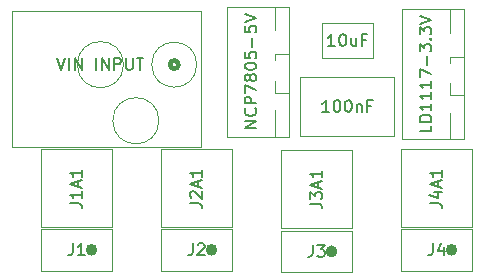
<source format=gbr>
G04 #@! TF.FileFunction,Other,Fab,Top*
%FSLAX46Y46*%
G04 Gerber Fmt 4.6, Leading zero omitted, Abs format (unit mm)*
G04 Created by KiCad (PCBNEW 4.0.1-3.201512221402+6198~38~ubuntu14.04.1-stable) date Sat 30 Jul 2016 07:16:47 PM PDT*
%MOMM*%
G01*
G04 APERTURE LIST*
%ADD10C,0.100000*%
%ADD11C,0.050000*%
%ADD12C,0.400000*%
%ADD13C,0.150000*%
G04 APERTURE END LIST*
D10*
D11*
X135032500Y-88511500D02*
X135032500Y-86511500D01*
X135032500Y-90511500D02*
X136282500Y-90511500D01*
X135032500Y-91011500D02*
X135032500Y-90511500D01*
X135032500Y-93761500D02*
X136282500Y-93761500D01*
X135032500Y-93761500D02*
X135032500Y-92761500D01*
X135032500Y-97511500D02*
X135032500Y-95261500D01*
X136032500Y-97511500D02*
X136282500Y-97511500D01*
X136282500Y-97511500D02*
X136282500Y-86511500D01*
X131032500Y-86511500D02*
X136282500Y-86511500D01*
X131032500Y-97511500D02*
X131032500Y-86511500D01*
X131282500Y-97511500D02*
X131032500Y-97511500D01*
X136032500Y-97511500D02*
X131282500Y-97511500D01*
X110415902Y-95936000D02*
G75*
G03X110415902Y-95936000I-1952562J0D01*
G01*
X107415902Y-91186000D02*
G75*
G03X107415902Y-91186000I-1952562J0D01*
G01*
X113617283Y-91186000D02*
G75*
G03X113617283Y-91186000I-1903943J0D01*
G01*
D12*
X112066893Y-91186000D02*
G75*
G03X112066893Y-91186000I-353553J0D01*
G01*
D11*
X113963340Y-86686000D02*
X112463340Y-86686000D01*
X113963340Y-98186000D02*
X113963340Y-86686000D01*
X97963340Y-98186000D02*
X113963340Y-98186000D01*
X97963340Y-95686000D02*
X97963340Y-98186000D01*
X97963340Y-86686000D02*
X97963340Y-95686000D01*
X112463340Y-86686000D02*
X97963340Y-86686000D01*
X136941500Y-98363500D02*
X136933940Y-104963500D01*
X136941500Y-98363500D02*
X130891500Y-98363500D01*
X136941500Y-104963500D02*
X130891500Y-104963500D01*
X130891500Y-98363500D02*
X130891500Y-104963500D01*
X126781500Y-98427000D02*
X126773940Y-105027000D01*
X126781500Y-98427000D02*
X120731500Y-98427000D01*
X126781500Y-105027000D02*
X120731500Y-105027000D01*
X120731500Y-98427000D02*
X120731500Y-105027000D01*
X116621500Y-98363500D02*
X116613940Y-104963500D01*
X116621500Y-98363500D02*
X110571500Y-98363500D01*
X116621500Y-104963500D02*
X110571500Y-104963500D01*
X110571500Y-98363500D02*
X110571500Y-104963500D01*
X106461500Y-98363500D02*
X106453940Y-104963500D01*
X106461500Y-98363500D02*
X100411500Y-98363500D01*
X106461500Y-104963500D02*
X100411500Y-104963500D01*
X100411500Y-98363500D02*
X100411500Y-104963500D01*
X120211600Y-88295600D02*
X120211600Y-86295600D01*
X120211600Y-90295600D02*
X121461600Y-90295600D01*
X120211600Y-90795600D02*
X120211600Y-90295600D01*
X120211600Y-93545600D02*
X121461600Y-93545600D01*
X120211600Y-93545600D02*
X120211600Y-92545600D01*
X120211600Y-97295600D02*
X120211600Y-95045600D01*
X121211600Y-97295600D02*
X121461600Y-97295600D01*
X121461600Y-97295600D02*
X121461600Y-86295600D01*
X116211600Y-86295600D02*
X121461600Y-86295600D01*
X116211600Y-97295600D02*
X116211600Y-86295600D01*
X116461600Y-97295600D02*
X116211600Y-97295600D01*
X121211600Y-97295600D02*
X116461600Y-97295600D01*
X130325000Y-97242000D02*
X122325000Y-97242000D01*
X130325000Y-92242000D02*
X130325000Y-97242000D01*
X122325000Y-92242000D02*
X130325000Y-92242000D01*
X122325000Y-97242000D02*
X122325000Y-92242000D01*
X128535000Y-90654000D02*
X124235000Y-90654000D01*
X128535000Y-87654000D02*
X128535000Y-90654000D01*
X124235000Y-87654000D02*
X128535000Y-87654000D01*
X124235000Y-90654000D02*
X124235000Y-87654000D01*
X130941500Y-108620500D02*
X136941500Y-108620500D01*
X130941500Y-108620500D02*
X130941500Y-105120500D01*
X136941500Y-105120500D02*
X130941500Y-105120500D01*
X136941500Y-108620500D02*
X136941500Y-105120500D01*
D12*
X135483048Y-106870500D02*
G75*
G03X135483048Y-106870500I-291548J0D01*
G01*
D11*
X120781500Y-108747500D02*
X126781500Y-108747500D01*
X120781500Y-108747500D02*
X120781500Y-105247500D01*
X126781500Y-105247500D02*
X120781500Y-105247500D01*
X126781500Y-108747500D02*
X126781500Y-105247500D01*
D12*
X125323048Y-106997500D02*
G75*
G03X125323048Y-106997500I-291548J0D01*
G01*
D11*
X110621500Y-108620500D02*
X116621500Y-108620500D01*
X110621500Y-108620500D02*
X110621500Y-105120500D01*
X116621500Y-105120500D02*
X110621500Y-105120500D01*
X116621500Y-108620500D02*
X116621500Y-105120500D01*
D12*
X115163048Y-106870500D02*
G75*
G03X115163048Y-106870500I-291548J0D01*
G01*
D11*
X100461500Y-108620500D02*
X106461500Y-108620500D01*
X100461500Y-108620500D02*
X100461500Y-105120500D01*
X106461500Y-105120500D02*
X100461500Y-105120500D01*
X106461500Y-108620500D02*
X106461500Y-105120500D01*
D12*
X105003048Y-106870500D02*
G75*
G03X105003048Y-106870500I-291548J0D01*
G01*
D13*
X133484881Y-96344833D02*
X133484881Y-96821024D01*
X132484881Y-96821024D01*
X133484881Y-96011500D02*
X132484881Y-96011500D01*
X132484881Y-95773405D01*
X132532500Y-95630547D01*
X132627738Y-95535309D01*
X132722976Y-95487690D01*
X132913452Y-95440071D01*
X133056310Y-95440071D01*
X133246786Y-95487690D01*
X133342024Y-95535309D01*
X133437262Y-95630547D01*
X133484881Y-95773405D01*
X133484881Y-96011500D01*
X133484881Y-94487690D02*
X133484881Y-95059119D01*
X133484881Y-94773405D02*
X132484881Y-94773405D01*
X132627738Y-94868643D01*
X132722976Y-94963881D01*
X132770595Y-95059119D01*
X133484881Y-93535309D02*
X133484881Y-94106738D01*
X133484881Y-93821024D02*
X132484881Y-93821024D01*
X132627738Y-93916262D01*
X132722976Y-94011500D01*
X132770595Y-94106738D01*
X133484881Y-92582928D02*
X133484881Y-93154357D01*
X133484881Y-92868643D02*
X132484881Y-92868643D01*
X132627738Y-92963881D01*
X132722976Y-93059119D01*
X132770595Y-93154357D01*
X132484881Y-92249595D02*
X132484881Y-91582928D01*
X133484881Y-92011500D01*
X133103929Y-91201976D02*
X133103929Y-90440071D01*
X132484881Y-90059119D02*
X132484881Y-89440071D01*
X132865833Y-89773405D01*
X132865833Y-89630547D01*
X132913452Y-89535309D01*
X132961071Y-89487690D01*
X133056310Y-89440071D01*
X133294405Y-89440071D01*
X133389643Y-89487690D01*
X133437262Y-89535309D01*
X133484881Y-89630547D01*
X133484881Y-89916262D01*
X133437262Y-90011500D01*
X133389643Y-90059119D01*
X133389643Y-89011500D02*
X133437262Y-88963881D01*
X133484881Y-89011500D01*
X133437262Y-89059119D01*
X133389643Y-89011500D01*
X133484881Y-89011500D01*
X132484881Y-88630548D02*
X132484881Y-88011500D01*
X132865833Y-88344834D01*
X132865833Y-88201976D01*
X132913452Y-88106738D01*
X132961071Y-88059119D01*
X133056310Y-88011500D01*
X133294405Y-88011500D01*
X133389643Y-88059119D01*
X133437262Y-88106738D01*
X133484881Y-88201976D01*
X133484881Y-88487691D01*
X133437262Y-88582929D01*
X133389643Y-88630548D01*
X132484881Y-87725786D02*
X133484881Y-87392453D01*
X132484881Y-87059119D01*
X101820483Y-90638381D02*
X102153816Y-91638381D01*
X102487150Y-90638381D01*
X102820483Y-91638381D02*
X102820483Y-90638381D01*
X103296673Y-91638381D02*
X103296673Y-90638381D01*
X103868102Y-91638381D01*
X103868102Y-90638381D01*
X105106197Y-91638381D02*
X105106197Y-90638381D01*
X105582387Y-91638381D02*
X105582387Y-90638381D01*
X106153816Y-91638381D01*
X106153816Y-90638381D01*
X106630006Y-91638381D02*
X106630006Y-90638381D01*
X107010959Y-90638381D01*
X107106197Y-90686000D01*
X107153816Y-90733619D01*
X107201435Y-90828857D01*
X107201435Y-90971714D01*
X107153816Y-91066952D01*
X107106197Y-91114571D01*
X107010959Y-91162190D01*
X106630006Y-91162190D01*
X107630006Y-90638381D02*
X107630006Y-91447905D01*
X107677625Y-91543143D01*
X107725244Y-91590762D01*
X107820482Y-91638381D01*
X108010959Y-91638381D01*
X108106197Y-91590762D01*
X108153816Y-91543143D01*
X108201435Y-91447905D01*
X108201435Y-90638381D01*
X108534768Y-90638381D02*
X109106197Y-90638381D01*
X108820482Y-91638381D02*
X108820482Y-90638381D01*
X133373881Y-102901595D02*
X134088167Y-102901595D01*
X134231024Y-102949215D01*
X134326262Y-103044453D01*
X134373881Y-103187310D01*
X134373881Y-103282548D01*
X133707214Y-101996833D02*
X134373881Y-101996833D01*
X133326262Y-102234929D02*
X134040548Y-102473024D01*
X134040548Y-101853976D01*
X134088167Y-101520643D02*
X134088167Y-101044452D01*
X134373881Y-101615881D02*
X133373881Y-101282548D01*
X134373881Y-100949214D01*
X134373881Y-100092071D02*
X134373881Y-100663500D01*
X134373881Y-100377786D02*
X133373881Y-100377786D01*
X133516738Y-100473024D01*
X133611976Y-100568262D01*
X133659595Y-100663500D01*
X123213881Y-102965095D02*
X123928167Y-102965095D01*
X124071024Y-103012715D01*
X124166262Y-103107953D01*
X124213881Y-103250810D01*
X124213881Y-103346048D01*
X123213881Y-102584143D02*
X123213881Y-101965095D01*
X123594833Y-102298429D01*
X123594833Y-102155571D01*
X123642452Y-102060333D01*
X123690071Y-102012714D01*
X123785310Y-101965095D01*
X124023405Y-101965095D01*
X124118643Y-102012714D01*
X124166262Y-102060333D01*
X124213881Y-102155571D01*
X124213881Y-102441286D01*
X124166262Y-102536524D01*
X124118643Y-102584143D01*
X123928167Y-101584143D02*
X123928167Y-101107952D01*
X124213881Y-101679381D02*
X123213881Y-101346048D01*
X124213881Y-101012714D01*
X124213881Y-100155571D02*
X124213881Y-100727000D01*
X124213881Y-100441286D02*
X123213881Y-100441286D01*
X123356738Y-100536524D01*
X123451976Y-100631762D01*
X123499595Y-100727000D01*
X113053881Y-102901595D02*
X113768167Y-102901595D01*
X113911024Y-102949215D01*
X114006262Y-103044453D01*
X114053881Y-103187310D01*
X114053881Y-103282548D01*
X113149119Y-102473024D02*
X113101500Y-102425405D01*
X113053881Y-102330167D01*
X113053881Y-102092071D01*
X113101500Y-101996833D01*
X113149119Y-101949214D01*
X113244357Y-101901595D01*
X113339595Y-101901595D01*
X113482452Y-101949214D01*
X114053881Y-102520643D01*
X114053881Y-101901595D01*
X113768167Y-101520643D02*
X113768167Y-101044452D01*
X114053881Y-101615881D02*
X113053881Y-101282548D01*
X114053881Y-100949214D01*
X114053881Y-100092071D02*
X114053881Y-100663500D01*
X114053881Y-100377786D02*
X113053881Y-100377786D01*
X113196738Y-100473024D01*
X113291976Y-100568262D01*
X113339595Y-100663500D01*
X102893881Y-102901595D02*
X103608167Y-102901595D01*
X103751024Y-102949215D01*
X103846262Y-103044453D01*
X103893881Y-103187310D01*
X103893881Y-103282548D01*
X103893881Y-101901595D02*
X103893881Y-102473024D01*
X103893881Y-102187310D02*
X102893881Y-102187310D01*
X103036738Y-102282548D01*
X103131976Y-102377786D01*
X103179595Y-102473024D01*
X103608167Y-101520643D02*
X103608167Y-101044452D01*
X103893881Y-101615881D02*
X102893881Y-101282548D01*
X103893881Y-100949214D01*
X103893881Y-100092071D02*
X103893881Y-100663500D01*
X103893881Y-100377786D02*
X102893881Y-100377786D01*
X103036738Y-100473024D01*
X103131976Y-100568262D01*
X103179595Y-100663500D01*
X118663981Y-96509886D02*
X117663981Y-96509886D01*
X118663981Y-95938457D01*
X117663981Y-95938457D01*
X118568743Y-94890838D02*
X118616362Y-94938457D01*
X118663981Y-95081314D01*
X118663981Y-95176552D01*
X118616362Y-95319410D01*
X118521124Y-95414648D01*
X118425886Y-95462267D01*
X118235410Y-95509886D01*
X118092552Y-95509886D01*
X117902076Y-95462267D01*
X117806838Y-95414648D01*
X117711600Y-95319410D01*
X117663981Y-95176552D01*
X117663981Y-95081314D01*
X117711600Y-94938457D01*
X117759219Y-94890838D01*
X118663981Y-94462267D02*
X117663981Y-94462267D01*
X117663981Y-94081314D01*
X117711600Y-93986076D01*
X117759219Y-93938457D01*
X117854457Y-93890838D01*
X117997314Y-93890838D01*
X118092552Y-93938457D01*
X118140171Y-93986076D01*
X118187790Y-94081314D01*
X118187790Y-94462267D01*
X117663981Y-93557505D02*
X117663981Y-92890838D01*
X118663981Y-93319410D01*
X118092552Y-92367029D02*
X118044933Y-92462267D01*
X117997314Y-92509886D01*
X117902076Y-92557505D01*
X117854457Y-92557505D01*
X117759219Y-92509886D01*
X117711600Y-92462267D01*
X117663981Y-92367029D01*
X117663981Y-92176552D01*
X117711600Y-92081314D01*
X117759219Y-92033695D01*
X117854457Y-91986076D01*
X117902076Y-91986076D01*
X117997314Y-92033695D01*
X118044933Y-92081314D01*
X118092552Y-92176552D01*
X118092552Y-92367029D01*
X118140171Y-92462267D01*
X118187790Y-92509886D01*
X118283029Y-92557505D01*
X118473505Y-92557505D01*
X118568743Y-92509886D01*
X118616362Y-92462267D01*
X118663981Y-92367029D01*
X118663981Y-92176552D01*
X118616362Y-92081314D01*
X118568743Y-92033695D01*
X118473505Y-91986076D01*
X118283029Y-91986076D01*
X118187790Y-92033695D01*
X118140171Y-92081314D01*
X118092552Y-92176552D01*
X117663981Y-91367029D02*
X117663981Y-91271790D01*
X117711600Y-91176552D01*
X117759219Y-91128933D01*
X117854457Y-91081314D01*
X118044933Y-91033695D01*
X118283029Y-91033695D01*
X118473505Y-91081314D01*
X118568743Y-91128933D01*
X118616362Y-91176552D01*
X118663981Y-91271790D01*
X118663981Y-91367029D01*
X118616362Y-91462267D01*
X118568743Y-91509886D01*
X118473505Y-91557505D01*
X118283029Y-91605124D01*
X118044933Y-91605124D01*
X117854457Y-91557505D01*
X117759219Y-91509886D01*
X117711600Y-91462267D01*
X117663981Y-91367029D01*
X117663981Y-90128933D02*
X117663981Y-90605124D01*
X118140171Y-90652743D01*
X118092552Y-90605124D01*
X118044933Y-90509886D01*
X118044933Y-90271790D01*
X118092552Y-90176552D01*
X118140171Y-90128933D01*
X118235410Y-90081314D01*
X118473505Y-90081314D01*
X118568743Y-90128933D01*
X118616362Y-90176552D01*
X118663981Y-90271790D01*
X118663981Y-90509886D01*
X118616362Y-90605124D01*
X118568743Y-90652743D01*
X118283029Y-89652743D02*
X118283029Y-88890838D01*
X117663981Y-87938457D02*
X117663981Y-88414648D01*
X118140171Y-88462267D01*
X118092552Y-88414648D01*
X118044933Y-88319410D01*
X118044933Y-88081314D01*
X118092552Y-87986076D01*
X118140171Y-87938457D01*
X118235410Y-87890838D01*
X118473505Y-87890838D01*
X118568743Y-87938457D01*
X118616362Y-87986076D01*
X118663981Y-88081314D01*
X118663981Y-88319410D01*
X118616362Y-88414648D01*
X118568743Y-88462267D01*
X117663981Y-87605124D02*
X118663981Y-87271791D01*
X117663981Y-86938457D01*
X124827381Y-95194381D02*
X124255952Y-95194381D01*
X124541666Y-95194381D02*
X124541666Y-94194381D01*
X124446428Y-94337238D01*
X124351190Y-94432476D01*
X124255952Y-94480095D01*
X125446428Y-94194381D02*
X125541667Y-94194381D01*
X125636905Y-94242000D01*
X125684524Y-94289619D01*
X125732143Y-94384857D01*
X125779762Y-94575333D01*
X125779762Y-94813429D01*
X125732143Y-95003905D01*
X125684524Y-95099143D01*
X125636905Y-95146762D01*
X125541667Y-95194381D01*
X125446428Y-95194381D01*
X125351190Y-95146762D01*
X125303571Y-95099143D01*
X125255952Y-95003905D01*
X125208333Y-94813429D01*
X125208333Y-94575333D01*
X125255952Y-94384857D01*
X125303571Y-94289619D01*
X125351190Y-94242000D01*
X125446428Y-94194381D01*
X126398809Y-94194381D02*
X126494048Y-94194381D01*
X126589286Y-94242000D01*
X126636905Y-94289619D01*
X126684524Y-94384857D01*
X126732143Y-94575333D01*
X126732143Y-94813429D01*
X126684524Y-95003905D01*
X126636905Y-95099143D01*
X126589286Y-95146762D01*
X126494048Y-95194381D01*
X126398809Y-95194381D01*
X126303571Y-95146762D01*
X126255952Y-95099143D01*
X126208333Y-95003905D01*
X126160714Y-94813429D01*
X126160714Y-94575333D01*
X126208333Y-94384857D01*
X126255952Y-94289619D01*
X126303571Y-94242000D01*
X126398809Y-94194381D01*
X127160714Y-94527714D02*
X127160714Y-95194381D01*
X127160714Y-94622952D02*
X127208333Y-94575333D01*
X127303571Y-94527714D01*
X127446429Y-94527714D01*
X127541667Y-94575333D01*
X127589286Y-94670571D01*
X127589286Y-95194381D01*
X128398810Y-94670571D02*
X128065476Y-94670571D01*
X128065476Y-95194381D02*
X128065476Y-94194381D01*
X128541667Y-94194381D01*
X125313572Y-89606381D02*
X124742143Y-89606381D01*
X125027857Y-89606381D02*
X125027857Y-88606381D01*
X124932619Y-88749238D01*
X124837381Y-88844476D01*
X124742143Y-88892095D01*
X125932619Y-88606381D02*
X126027858Y-88606381D01*
X126123096Y-88654000D01*
X126170715Y-88701619D01*
X126218334Y-88796857D01*
X126265953Y-88987333D01*
X126265953Y-89225429D01*
X126218334Y-89415905D01*
X126170715Y-89511143D01*
X126123096Y-89558762D01*
X126027858Y-89606381D01*
X125932619Y-89606381D01*
X125837381Y-89558762D01*
X125789762Y-89511143D01*
X125742143Y-89415905D01*
X125694524Y-89225429D01*
X125694524Y-88987333D01*
X125742143Y-88796857D01*
X125789762Y-88701619D01*
X125837381Y-88654000D01*
X125932619Y-88606381D01*
X127123096Y-88939714D02*
X127123096Y-89606381D01*
X126694524Y-88939714D02*
X126694524Y-89463524D01*
X126742143Y-89558762D01*
X126837381Y-89606381D01*
X126980239Y-89606381D01*
X127075477Y-89558762D01*
X127123096Y-89511143D01*
X127932620Y-89082571D02*
X127599286Y-89082571D01*
X127599286Y-89606381D02*
X127599286Y-88606381D01*
X128075477Y-88606381D01*
X133608167Y-106322881D02*
X133608167Y-107037167D01*
X133560547Y-107180024D01*
X133465309Y-107275262D01*
X133322452Y-107322881D01*
X133227214Y-107322881D01*
X134512929Y-106656214D02*
X134512929Y-107322881D01*
X134274833Y-106275262D02*
X134036738Y-106989548D01*
X134655786Y-106989548D01*
X123448167Y-106449881D02*
X123448167Y-107164167D01*
X123400547Y-107307024D01*
X123305309Y-107402262D01*
X123162452Y-107449881D01*
X123067214Y-107449881D01*
X123829119Y-106449881D02*
X124448167Y-106449881D01*
X124114833Y-106830833D01*
X124257691Y-106830833D01*
X124352929Y-106878452D01*
X124400548Y-106926071D01*
X124448167Y-107021310D01*
X124448167Y-107259405D01*
X124400548Y-107354643D01*
X124352929Y-107402262D01*
X124257691Y-107449881D01*
X123971976Y-107449881D01*
X123876738Y-107402262D01*
X123829119Y-107354643D01*
X113288167Y-106322881D02*
X113288167Y-107037167D01*
X113240547Y-107180024D01*
X113145309Y-107275262D01*
X113002452Y-107322881D01*
X112907214Y-107322881D01*
X113716738Y-106418119D02*
X113764357Y-106370500D01*
X113859595Y-106322881D01*
X114097691Y-106322881D01*
X114192929Y-106370500D01*
X114240548Y-106418119D01*
X114288167Y-106513357D01*
X114288167Y-106608595D01*
X114240548Y-106751452D01*
X113669119Y-107322881D01*
X114288167Y-107322881D01*
X103128167Y-106322881D02*
X103128167Y-107037167D01*
X103080547Y-107180024D01*
X102985309Y-107275262D01*
X102842452Y-107322881D01*
X102747214Y-107322881D01*
X104128167Y-107322881D02*
X103556738Y-107322881D01*
X103842452Y-107322881D02*
X103842452Y-106322881D01*
X103747214Y-106465738D01*
X103651976Y-106560976D01*
X103556738Y-106608595D01*
M02*

</source>
